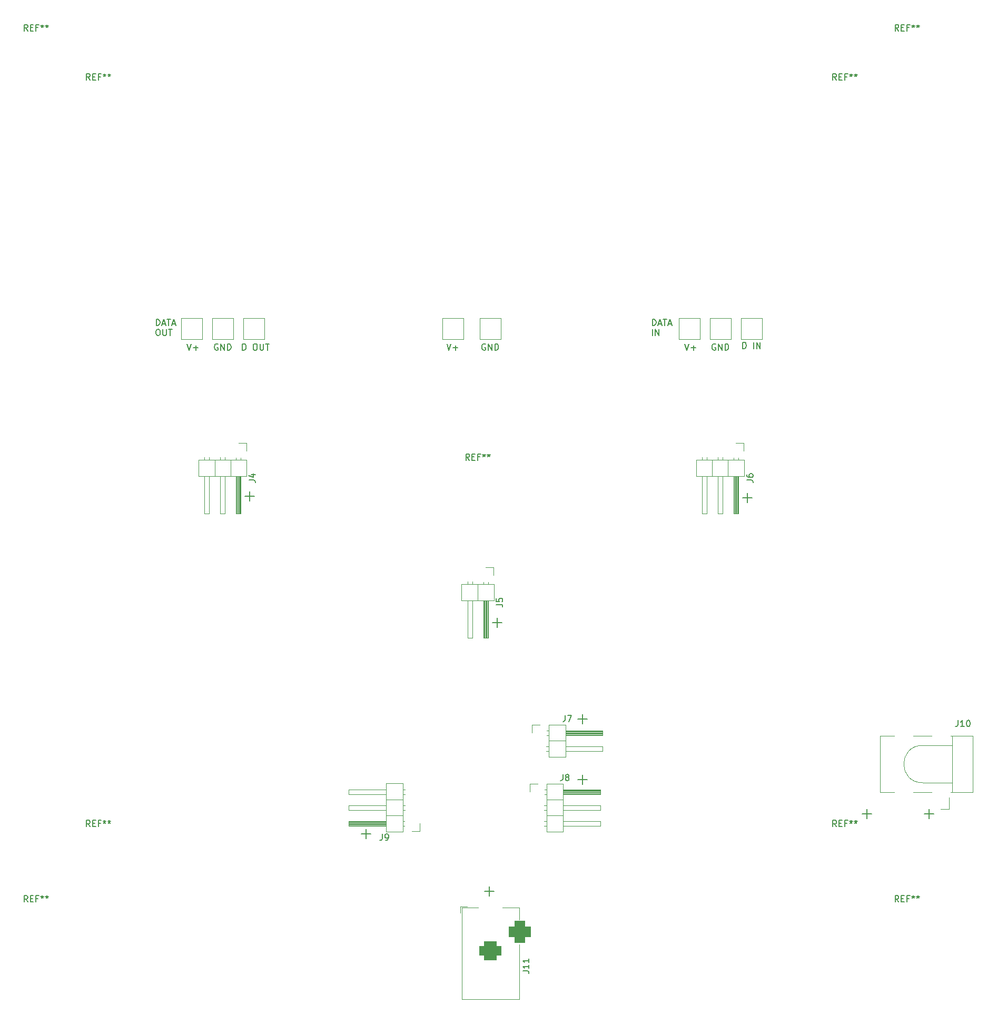
<source format=gto>
G04 #@! TF.GenerationSoftware,KiCad,Pcbnew,7.0.9-1.fc39*
G04 #@! TF.CreationDate,2023-12-18T11:41:48-05:00*
G04 #@! TF.ProjectId,SYSMATT-WS2812-MATRIX-CARRIER,5359534d-4154-4542-9d57-53323831322d,rev?*
G04 #@! TF.SameCoordinates,Original*
G04 #@! TF.FileFunction,Legend,Top*
G04 #@! TF.FilePolarity,Positive*
%FSLAX46Y46*%
G04 Gerber Fmt 4.6, Leading zero omitted, Abs format (unit mm)*
G04 Created by KiCad (PCBNEW 7.0.9-1.fc39) date 2023-12-18 11:41:48*
%MOMM*%
%LPD*%
G01*
G04 APERTURE LIST*
G04 Aperture macros list*
%AMRoundRect*
0 Rectangle with rounded corners*
0 $1 Rounding radius*
0 $2 $3 $4 $5 $6 $7 $8 $9 X,Y pos of 4 corners*
0 Add a 4 corners polygon primitive as box body*
4,1,4,$2,$3,$4,$5,$6,$7,$8,$9,$2,$3,0*
0 Add four circle primitives for the rounded corners*
1,1,$1+$1,$2,$3*
1,1,$1+$1,$4,$5*
1,1,$1+$1,$6,$7*
1,1,$1+$1,$8,$9*
0 Add four rect primitives between the rounded corners*
20,1,$1+$1,$2,$3,$4,$5,0*
20,1,$1+$1,$4,$5,$6,$7,0*
20,1,$1+$1,$6,$7,$8,$9,0*
20,1,$1+$1,$8,$9,$2,$3,0*%
G04 Aperture macros list end*
%ADD10C,0.150000*%
%ADD11C,0.120000*%
%ADD12R,3.500000X3.500000*%
%ADD13RoundRect,0.750000X1.000000X-0.750000X1.000000X0.750000X-1.000000X0.750000X-1.000000X-0.750000X0*%
%ADD14RoundRect,0.875000X0.875000X-0.875000X0.875000X0.875000X-0.875000X0.875000X-0.875000X-0.875000X0*%
%ADD15C,2.000000*%
%ADD16O,1.500000X2.000000*%
%ADD17R,2.000000X3.000000*%
%ADD18R,1.700000X1.700000*%
%ADD19O,1.700000X1.700000*%
%ADD20C,12.800000*%
%ADD21R,3.000000X3.000000*%
%ADD22C,8.600000*%
%ADD23C,10.600000*%
G04 APERTURE END LIST*
D10*
X63574874Y-99985533D02*
X65098684Y-99985533D01*
X64336779Y-100747438D02*
X64336779Y-99223628D01*
X102074874Y-163485533D02*
X103598684Y-163485533D01*
X102836779Y-164247438D02*
X102836779Y-162723628D01*
X162824874Y-150985533D02*
X164348684Y-150985533D01*
X163586779Y-151747438D02*
X163586779Y-150223628D01*
X172824874Y-150985533D02*
X174348684Y-150985533D01*
X173586779Y-151747438D02*
X173586779Y-150223628D01*
X82324874Y-154235533D02*
X83848684Y-154235533D01*
X83086779Y-154997438D02*
X83086779Y-153473628D01*
X117074874Y-145485533D02*
X118598684Y-145485533D01*
X117836779Y-146247438D02*
X117836779Y-144723628D01*
X117074874Y-135735533D02*
X118598684Y-135735533D01*
X117836779Y-136497438D02*
X117836779Y-134973628D01*
X103324874Y-120235533D02*
X104848684Y-120235533D01*
X104086779Y-120997438D02*
X104086779Y-119473628D01*
X143574874Y-100235533D02*
X145098684Y-100235533D01*
X144336779Y-100997438D02*
X144336779Y-99473628D01*
X129086779Y-72509819D02*
X129086779Y-71509819D01*
X129086779Y-71509819D02*
X129324874Y-71509819D01*
X129324874Y-71509819D02*
X129467731Y-71557438D01*
X129467731Y-71557438D02*
X129562969Y-71652676D01*
X129562969Y-71652676D02*
X129610588Y-71747914D01*
X129610588Y-71747914D02*
X129658207Y-71938390D01*
X129658207Y-71938390D02*
X129658207Y-72081247D01*
X129658207Y-72081247D02*
X129610588Y-72271723D01*
X129610588Y-72271723D02*
X129562969Y-72366961D01*
X129562969Y-72366961D02*
X129467731Y-72462200D01*
X129467731Y-72462200D02*
X129324874Y-72509819D01*
X129324874Y-72509819D02*
X129086779Y-72509819D01*
X130039160Y-72224104D02*
X130515350Y-72224104D01*
X129943922Y-72509819D02*
X130277255Y-71509819D01*
X130277255Y-71509819D02*
X130610588Y-72509819D01*
X130801065Y-71509819D02*
X131372493Y-71509819D01*
X131086779Y-72509819D02*
X131086779Y-71509819D01*
X131658208Y-72224104D02*
X132134398Y-72224104D01*
X131562970Y-72509819D02*
X131896303Y-71509819D01*
X131896303Y-71509819D02*
X132229636Y-72509819D01*
X129086779Y-74119819D02*
X129086779Y-73119819D01*
X129562969Y-74119819D02*
X129562969Y-73119819D01*
X129562969Y-73119819D02*
X130134397Y-74119819D01*
X130134397Y-74119819D02*
X130134397Y-73119819D01*
X49336779Y-72509819D02*
X49336779Y-71509819D01*
X49336779Y-71509819D02*
X49574874Y-71509819D01*
X49574874Y-71509819D02*
X49717731Y-71557438D01*
X49717731Y-71557438D02*
X49812969Y-71652676D01*
X49812969Y-71652676D02*
X49860588Y-71747914D01*
X49860588Y-71747914D02*
X49908207Y-71938390D01*
X49908207Y-71938390D02*
X49908207Y-72081247D01*
X49908207Y-72081247D02*
X49860588Y-72271723D01*
X49860588Y-72271723D02*
X49812969Y-72366961D01*
X49812969Y-72366961D02*
X49717731Y-72462200D01*
X49717731Y-72462200D02*
X49574874Y-72509819D01*
X49574874Y-72509819D02*
X49336779Y-72509819D01*
X50289160Y-72224104D02*
X50765350Y-72224104D01*
X50193922Y-72509819D02*
X50527255Y-71509819D01*
X50527255Y-71509819D02*
X50860588Y-72509819D01*
X51051065Y-71509819D02*
X51622493Y-71509819D01*
X51336779Y-72509819D02*
X51336779Y-71509819D01*
X51908208Y-72224104D02*
X52384398Y-72224104D01*
X51812970Y-72509819D02*
X52146303Y-71509819D01*
X52146303Y-71509819D02*
X52479636Y-72509819D01*
X49527255Y-73119819D02*
X49717731Y-73119819D01*
X49717731Y-73119819D02*
X49812969Y-73167438D01*
X49812969Y-73167438D02*
X49908207Y-73262676D01*
X49908207Y-73262676D02*
X49955826Y-73453152D01*
X49955826Y-73453152D02*
X49955826Y-73786485D01*
X49955826Y-73786485D02*
X49908207Y-73976961D01*
X49908207Y-73976961D02*
X49812969Y-74072200D01*
X49812969Y-74072200D02*
X49717731Y-74119819D01*
X49717731Y-74119819D02*
X49527255Y-74119819D01*
X49527255Y-74119819D02*
X49432017Y-74072200D01*
X49432017Y-74072200D02*
X49336779Y-73976961D01*
X49336779Y-73976961D02*
X49289160Y-73786485D01*
X49289160Y-73786485D02*
X49289160Y-73453152D01*
X49289160Y-73453152D02*
X49336779Y-73262676D01*
X49336779Y-73262676D02*
X49432017Y-73167438D01*
X49432017Y-73167438D02*
X49527255Y-73119819D01*
X50384398Y-73119819D02*
X50384398Y-73929342D01*
X50384398Y-73929342D02*
X50432017Y-74024580D01*
X50432017Y-74024580D02*
X50479636Y-74072200D01*
X50479636Y-74072200D02*
X50574874Y-74119819D01*
X50574874Y-74119819D02*
X50765350Y-74119819D01*
X50765350Y-74119819D02*
X50860588Y-74072200D01*
X50860588Y-74072200D02*
X50908207Y-74024580D01*
X50908207Y-74024580D02*
X50955826Y-73929342D01*
X50955826Y-73929342D02*
X50955826Y-73119819D01*
X51289160Y-73119819D02*
X51860588Y-73119819D01*
X51574874Y-74119819D02*
X51574874Y-73119819D01*
X108247319Y-176259523D02*
X108961604Y-176259523D01*
X108961604Y-176259523D02*
X109104461Y-176307142D01*
X109104461Y-176307142D02*
X109199700Y-176402380D01*
X109199700Y-176402380D02*
X109247319Y-176545237D01*
X109247319Y-176545237D02*
X109247319Y-176640475D01*
X109247319Y-175259523D02*
X109247319Y-175830951D01*
X109247319Y-175545237D02*
X108247319Y-175545237D01*
X108247319Y-175545237D02*
X108390176Y-175640475D01*
X108390176Y-175640475D02*
X108485414Y-175735713D01*
X108485414Y-175735713D02*
X108533033Y-175830951D01*
X109247319Y-174307142D02*
X109247319Y-174878570D01*
X109247319Y-174592856D02*
X108247319Y-174592856D01*
X108247319Y-174592856D02*
X108390176Y-174688094D01*
X108390176Y-174688094D02*
X108485414Y-174783332D01*
X108485414Y-174783332D02*
X108533033Y-174878570D01*
X178190476Y-135954819D02*
X178190476Y-136669104D01*
X178190476Y-136669104D02*
X178142857Y-136811961D01*
X178142857Y-136811961D02*
X178047619Y-136907200D01*
X178047619Y-136907200D02*
X177904762Y-136954819D01*
X177904762Y-136954819D02*
X177809524Y-136954819D01*
X179190476Y-136954819D02*
X178619048Y-136954819D01*
X178904762Y-136954819D02*
X178904762Y-135954819D01*
X178904762Y-135954819D02*
X178809524Y-136097676D01*
X178809524Y-136097676D02*
X178714286Y-136192914D01*
X178714286Y-136192914D02*
X178619048Y-136240533D01*
X179809524Y-135954819D02*
X179904762Y-135954819D01*
X179904762Y-135954819D02*
X180000000Y-136002438D01*
X180000000Y-136002438D02*
X180047619Y-136050057D01*
X180047619Y-136050057D02*
X180095238Y-136145295D01*
X180095238Y-136145295D02*
X180142857Y-136335771D01*
X180142857Y-136335771D02*
X180142857Y-136573866D01*
X180142857Y-136573866D02*
X180095238Y-136764342D01*
X180095238Y-136764342D02*
X180047619Y-136859580D01*
X180047619Y-136859580D02*
X180000000Y-136907200D01*
X180000000Y-136907200D02*
X179904762Y-136954819D01*
X179904762Y-136954819D02*
X179809524Y-136954819D01*
X179809524Y-136954819D02*
X179714286Y-136907200D01*
X179714286Y-136907200D02*
X179666667Y-136859580D01*
X179666667Y-136859580D02*
X179619048Y-136764342D01*
X179619048Y-136764342D02*
X179571429Y-136573866D01*
X179571429Y-136573866D02*
X179571429Y-136335771D01*
X179571429Y-136335771D02*
X179619048Y-136145295D01*
X179619048Y-136145295D02*
X179666667Y-136050057D01*
X179666667Y-136050057D02*
X179714286Y-136002438D01*
X179714286Y-136002438D02*
X179809524Y-135954819D01*
X85656666Y-154249819D02*
X85656666Y-154964104D01*
X85656666Y-154964104D02*
X85609047Y-155106961D01*
X85609047Y-155106961D02*
X85513809Y-155202200D01*
X85513809Y-155202200D02*
X85370952Y-155249819D01*
X85370952Y-155249819D02*
X85275714Y-155249819D01*
X86180476Y-155249819D02*
X86370952Y-155249819D01*
X86370952Y-155249819D02*
X86466190Y-155202200D01*
X86466190Y-155202200D02*
X86513809Y-155154580D01*
X86513809Y-155154580D02*
X86609047Y-155011723D01*
X86609047Y-155011723D02*
X86656666Y-154821247D01*
X86656666Y-154821247D02*
X86656666Y-154440295D01*
X86656666Y-154440295D02*
X86609047Y-154345057D01*
X86609047Y-154345057D02*
X86561428Y-154297438D01*
X86561428Y-154297438D02*
X86466190Y-154249819D01*
X86466190Y-154249819D02*
X86275714Y-154249819D01*
X86275714Y-154249819D02*
X86180476Y-154297438D01*
X86180476Y-154297438D02*
X86132857Y-154345057D01*
X86132857Y-154345057D02*
X86085238Y-154440295D01*
X86085238Y-154440295D02*
X86085238Y-154678390D01*
X86085238Y-154678390D02*
X86132857Y-154773628D01*
X86132857Y-154773628D02*
X86180476Y-154821247D01*
X86180476Y-154821247D02*
X86275714Y-154868866D01*
X86275714Y-154868866D02*
X86466190Y-154868866D01*
X86466190Y-154868866D02*
X86561428Y-154821247D01*
X86561428Y-154821247D02*
X86609047Y-154773628D01*
X86609047Y-154773628D02*
X86656666Y-154678390D01*
X114676666Y-144659819D02*
X114676666Y-145374104D01*
X114676666Y-145374104D02*
X114629047Y-145516961D01*
X114629047Y-145516961D02*
X114533809Y-145612200D01*
X114533809Y-145612200D02*
X114390952Y-145659819D01*
X114390952Y-145659819D02*
X114295714Y-145659819D01*
X115295714Y-145088390D02*
X115200476Y-145040771D01*
X115200476Y-145040771D02*
X115152857Y-144993152D01*
X115152857Y-144993152D02*
X115105238Y-144897914D01*
X115105238Y-144897914D02*
X115105238Y-144850295D01*
X115105238Y-144850295D02*
X115152857Y-144755057D01*
X115152857Y-144755057D02*
X115200476Y-144707438D01*
X115200476Y-144707438D02*
X115295714Y-144659819D01*
X115295714Y-144659819D02*
X115486190Y-144659819D01*
X115486190Y-144659819D02*
X115581428Y-144707438D01*
X115581428Y-144707438D02*
X115629047Y-144755057D01*
X115629047Y-144755057D02*
X115676666Y-144850295D01*
X115676666Y-144850295D02*
X115676666Y-144897914D01*
X115676666Y-144897914D02*
X115629047Y-144993152D01*
X115629047Y-144993152D02*
X115581428Y-145040771D01*
X115581428Y-145040771D02*
X115486190Y-145088390D01*
X115486190Y-145088390D02*
X115295714Y-145088390D01*
X115295714Y-145088390D02*
X115200476Y-145136009D01*
X115200476Y-145136009D02*
X115152857Y-145183628D01*
X115152857Y-145183628D02*
X115105238Y-145278866D01*
X115105238Y-145278866D02*
X115105238Y-145469342D01*
X115105238Y-145469342D02*
X115152857Y-145564580D01*
X115152857Y-145564580D02*
X115200476Y-145612200D01*
X115200476Y-145612200D02*
X115295714Y-145659819D01*
X115295714Y-145659819D02*
X115486190Y-145659819D01*
X115486190Y-145659819D02*
X115581428Y-145612200D01*
X115581428Y-145612200D02*
X115629047Y-145564580D01*
X115629047Y-145564580D02*
X115676666Y-145469342D01*
X115676666Y-145469342D02*
X115676666Y-145278866D01*
X115676666Y-145278866D02*
X115629047Y-145183628D01*
X115629047Y-145183628D02*
X115581428Y-145136009D01*
X115581428Y-145136009D02*
X115486190Y-145088390D01*
X115051666Y-135184819D02*
X115051666Y-135899104D01*
X115051666Y-135899104D02*
X115004047Y-136041961D01*
X115004047Y-136041961D02*
X114908809Y-136137200D01*
X114908809Y-136137200D02*
X114765952Y-136184819D01*
X114765952Y-136184819D02*
X114670714Y-136184819D01*
X115432619Y-135184819D02*
X116099285Y-135184819D01*
X116099285Y-135184819D02*
X115670714Y-136184819D01*
X144249819Y-97343333D02*
X144964104Y-97343333D01*
X144964104Y-97343333D02*
X145106961Y-97390952D01*
X145106961Y-97390952D02*
X145202200Y-97486190D01*
X145202200Y-97486190D02*
X145249819Y-97629047D01*
X145249819Y-97629047D02*
X145249819Y-97724285D01*
X144249819Y-96438571D02*
X144249819Y-96629047D01*
X144249819Y-96629047D02*
X144297438Y-96724285D01*
X144297438Y-96724285D02*
X144345057Y-96771904D01*
X144345057Y-96771904D02*
X144487914Y-96867142D01*
X144487914Y-96867142D02*
X144678390Y-96914761D01*
X144678390Y-96914761D02*
X145059342Y-96914761D01*
X145059342Y-96914761D02*
X145154580Y-96867142D01*
X145154580Y-96867142D02*
X145202200Y-96819523D01*
X145202200Y-96819523D02*
X145249819Y-96724285D01*
X145249819Y-96724285D02*
X145249819Y-96533809D01*
X145249819Y-96533809D02*
X145202200Y-96438571D01*
X145202200Y-96438571D02*
X145154580Y-96390952D01*
X145154580Y-96390952D02*
X145059342Y-96343333D01*
X145059342Y-96343333D02*
X144821247Y-96343333D01*
X144821247Y-96343333D02*
X144726009Y-96390952D01*
X144726009Y-96390952D02*
X144678390Y-96438571D01*
X144678390Y-96438571D02*
X144630771Y-96533809D01*
X144630771Y-96533809D02*
X144630771Y-96724285D01*
X144630771Y-96724285D02*
X144678390Y-96819523D01*
X144678390Y-96819523D02*
X144726009Y-96867142D01*
X144726009Y-96867142D02*
X144821247Y-96914761D01*
X103999819Y-117343333D02*
X104714104Y-117343333D01*
X104714104Y-117343333D02*
X104856961Y-117390952D01*
X104856961Y-117390952D02*
X104952200Y-117486190D01*
X104952200Y-117486190D02*
X104999819Y-117629047D01*
X104999819Y-117629047D02*
X104999819Y-117724285D01*
X103999819Y-116390952D02*
X103999819Y-116867142D01*
X103999819Y-116867142D02*
X104476009Y-116914761D01*
X104476009Y-116914761D02*
X104428390Y-116867142D01*
X104428390Y-116867142D02*
X104380771Y-116771904D01*
X104380771Y-116771904D02*
X104380771Y-116533809D01*
X104380771Y-116533809D02*
X104428390Y-116438571D01*
X104428390Y-116438571D02*
X104476009Y-116390952D01*
X104476009Y-116390952D02*
X104571247Y-116343333D01*
X104571247Y-116343333D02*
X104809342Y-116343333D01*
X104809342Y-116343333D02*
X104904580Y-116390952D01*
X104904580Y-116390952D02*
X104952200Y-116438571D01*
X104952200Y-116438571D02*
X104999819Y-116533809D01*
X104999819Y-116533809D02*
X104999819Y-116771904D01*
X104999819Y-116771904D02*
X104952200Y-116867142D01*
X104952200Y-116867142D02*
X104904580Y-116914761D01*
X64249819Y-97343333D02*
X64964104Y-97343333D01*
X64964104Y-97343333D02*
X65106961Y-97390952D01*
X65106961Y-97390952D02*
X65202200Y-97486190D01*
X65202200Y-97486190D02*
X65249819Y-97629047D01*
X65249819Y-97629047D02*
X65249819Y-97724285D01*
X64583152Y-96438571D02*
X65249819Y-96438571D01*
X64202200Y-96676666D02*
X64916485Y-96914761D01*
X64916485Y-96914761D02*
X64916485Y-96295714D01*
X158666666Y-33054819D02*
X158333333Y-32578628D01*
X158095238Y-33054819D02*
X158095238Y-32054819D01*
X158095238Y-32054819D02*
X158476190Y-32054819D01*
X158476190Y-32054819D02*
X158571428Y-32102438D01*
X158571428Y-32102438D02*
X158619047Y-32150057D01*
X158619047Y-32150057D02*
X158666666Y-32245295D01*
X158666666Y-32245295D02*
X158666666Y-32388152D01*
X158666666Y-32388152D02*
X158619047Y-32483390D01*
X158619047Y-32483390D02*
X158571428Y-32531009D01*
X158571428Y-32531009D02*
X158476190Y-32578628D01*
X158476190Y-32578628D02*
X158095238Y-32578628D01*
X159095238Y-32531009D02*
X159428571Y-32531009D01*
X159571428Y-33054819D02*
X159095238Y-33054819D01*
X159095238Y-33054819D02*
X159095238Y-32054819D01*
X159095238Y-32054819D02*
X159571428Y-32054819D01*
X160333333Y-32531009D02*
X160000000Y-32531009D01*
X160000000Y-33054819D02*
X160000000Y-32054819D01*
X160000000Y-32054819D02*
X160476190Y-32054819D01*
X161000000Y-32054819D02*
X161000000Y-32292914D01*
X160761905Y-32197676D02*
X161000000Y-32292914D01*
X161000000Y-32292914D02*
X161238095Y-32197676D01*
X160857143Y-32483390D02*
X161000000Y-32292914D01*
X161000000Y-32292914D02*
X161142857Y-32483390D01*
X161761905Y-32054819D02*
X161761905Y-32292914D01*
X161523810Y-32197676D02*
X161761905Y-32292914D01*
X161761905Y-32292914D02*
X162000000Y-32197676D01*
X161619048Y-32483390D02*
X161761905Y-32292914D01*
X161761905Y-32292914D02*
X161904762Y-32483390D01*
X54297619Y-75454819D02*
X54630952Y-76454819D01*
X54630952Y-76454819D02*
X54964285Y-75454819D01*
X55297619Y-76073866D02*
X56059524Y-76073866D01*
X55678571Y-76454819D02*
X55678571Y-75692914D01*
X134297619Y-75454819D02*
X134630952Y-76454819D01*
X134630952Y-76454819D02*
X134964285Y-75454819D01*
X135297619Y-76073866D02*
X136059524Y-76073866D01*
X135678571Y-76454819D02*
X135678571Y-75692914D01*
X102238095Y-75502438D02*
X102142857Y-75454819D01*
X102142857Y-75454819D02*
X102000000Y-75454819D01*
X102000000Y-75454819D02*
X101857143Y-75502438D01*
X101857143Y-75502438D02*
X101761905Y-75597676D01*
X101761905Y-75597676D02*
X101714286Y-75692914D01*
X101714286Y-75692914D02*
X101666667Y-75883390D01*
X101666667Y-75883390D02*
X101666667Y-76026247D01*
X101666667Y-76026247D02*
X101714286Y-76216723D01*
X101714286Y-76216723D02*
X101761905Y-76311961D01*
X101761905Y-76311961D02*
X101857143Y-76407200D01*
X101857143Y-76407200D02*
X102000000Y-76454819D01*
X102000000Y-76454819D02*
X102095238Y-76454819D01*
X102095238Y-76454819D02*
X102238095Y-76407200D01*
X102238095Y-76407200D02*
X102285714Y-76359580D01*
X102285714Y-76359580D02*
X102285714Y-76026247D01*
X102285714Y-76026247D02*
X102095238Y-76026247D01*
X102714286Y-76454819D02*
X102714286Y-75454819D01*
X102714286Y-75454819D02*
X103285714Y-76454819D01*
X103285714Y-76454819D02*
X103285714Y-75454819D01*
X103761905Y-76454819D02*
X103761905Y-75454819D01*
X103761905Y-75454819D02*
X104000000Y-75454819D01*
X104000000Y-75454819D02*
X104142857Y-75502438D01*
X104142857Y-75502438D02*
X104238095Y-75597676D01*
X104238095Y-75597676D02*
X104285714Y-75692914D01*
X104285714Y-75692914D02*
X104333333Y-75883390D01*
X104333333Y-75883390D02*
X104333333Y-76026247D01*
X104333333Y-76026247D02*
X104285714Y-76216723D01*
X104285714Y-76216723D02*
X104238095Y-76311961D01*
X104238095Y-76311961D02*
X104142857Y-76407200D01*
X104142857Y-76407200D02*
X104000000Y-76454819D01*
X104000000Y-76454819D02*
X103761905Y-76454819D01*
X38666666Y-33054819D02*
X38333333Y-32578628D01*
X38095238Y-33054819D02*
X38095238Y-32054819D01*
X38095238Y-32054819D02*
X38476190Y-32054819D01*
X38476190Y-32054819D02*
X38571428Y-32102438D01*
X38571428Y-32102438D02*
X38619047Y-32150057D01*
X38619047Y-32150057D02*
X38666666Y-32245295D01*
X38666666Y-32245295D02*
X38666666Y-32388152D01*
X38666666Y-32388152D02*
X38619047Y-32483390D01*
X38619047Y-32483390D02*
X38571428Y-32531009D01*
X38571428Y-32531009D02*
X38476190Y-32578628D01*
X38476190Y-32578628D02*
X38095238Y-32578628D01*
X39095238Y-32531009D02*
X39428571Y-32531009D01*
X39571428Y-33054819D02*
X39095238Y-33054819D01*
X39095238Y-33054819D02*
X39095238Y-32054819D01*
X39095238Y-32054819D02*
X39571428Y-32054819D01*
X40333333Y-32531009D02*
X40000000Y-32531009D01*
X40000000Y-33054819D02*
X40000000Y-32054819D01*
X40000000Y-32054819D02*
X40476190Y-32054819D01*
X41000000Y-32054819D02*
X41000000Y-32292914D01*
X40761905Y-32197676D02*
X41000000Y-32292914D01*
X41000000Y-32292914D02*
X41238095Y-32197676D01*
X40857143Y-32483390D02*
X41000000Y-32292914D01*
X41000000Y-32292914D02*
X41142857Y-32483390D01*
X41761905Y-32054819D02*
X41761905Y-32292914D01*
X41523810Y-32197676D02*
X41761905Y-32292914D01*
X41761905Y-32292914D02*
X42000000Y-32197676D01*
X41619048Y-32483390D02*
X41761905Y-32292914D01*
X41761905Y-32292914D02*
X41904762Y-32483390D01*
X168666666Y-165154819D02*
X168333333Y-164678628D01*
X168095238Y-165154819D02*
X168095238Y-164154819D01*
X168095238Y-164154819D02*
X168476190Y-164154819D01*
X168476190Y-164154819D02*
X168571428Y-164202438D01*
X168571428Y-164202438D02*
X168619047Y-164250057D01*
X168619047Y-164250057D02*
X168666666Y-164345295D01*
X168666666Y-164345295D02*
X168666666Y-164488152D01*
X168666666Y-164488152D02*
X168619047Y-164583390D01*
X168619047Y-164583390D02*
X168571428Y-164631009D01*
X168571428Y-164631009D02*
X168476190Y-164678628D01*
X168476190Y-164678628D02*
X168095238Y-164678628D01*
X169095238Y-164631009D02*
X169428571Y-164631009D01*
X169571428Y-165154819D02*
X169095238Y-165154819D01*
X169095238Y-165154819D02*
X169095238Y-164154819D01*
X169095238Y-164154819D02*
X169571428Y-164154819D01*
X170333333Y-164631009D02*
X170000000Y-164631009D01*
X170000000Y-165154819D02*
X170000000Y-164154819D01*
X170000000Y-164154819D02*
X170476190Y-164154819D01*
X171000000Y-164154819D02*
X171000000Y-164392914D01*
X170761905Y-164297676D02*
X171000000Y-164392914D01*
X171000000Y-164392914D02*
X171238095Y-164297676D01*
X170857143Y-164583390D02*
X171000000Y-164392914D01*
X171000000Y-164392914D02*
X171142857Y-164583390D01*
X171761905Y-164154819D02*
X171761905Y-164392914D01*
X171523810Y-164297676D02*
X171761905Y-164392914D01*
X171761905Y-164392914D02*
X172000000Y-164297676D01*
X171619048Y-164583390D02*
X171761905Y-164392914D01*
X171761905Y-164392914D02*
X171904762Y-164583390D01*
X168666666Y-25154819D02*
X168333333Y-24678628D01*
X168095238Y-25154819D02*
X168095238Y-24154819D01*
X168095238Y-24154819D02*
X168476190Y-24154819D01*
X168476190Y-24154819D02*
X168571428Y-24202438D01*
X168571428Y-24202438D02*
X168619047Y-24250057D01*
X168619047Y-24250057D02*
X168666666Y-24345295D01*
X168666666Y-24345295D02*
X168666666Y-24488152D01*
X168666666Y-24488152D02*
X168619047Y-24583390D01*
X168619047Y-24583390D02*
X168571428Y-24631009D01*
X168571428Y-24631009D02*
X168476190Y-24678628D01*
X168476190Y-24678628D02*
X168095238Y-24678628D01*
X169095238Y-24631009D02*
X169428571Y-24631009D01*
X169571428Y-25154819D02*
X169095238Y-25154819D01*
X169095238Y-25154819D02*
X169095238Y-24154819D01*
X169095238Y-24154819D02*
X169571428Y-24154819D01*
X170333333Y-24631009D02*
X170000000Y-24631009D01*
X170000000Y-25154819D02*
X170000000Y-24154819D01*
X170000000Y-24154819D02*
X170476190Y-24154819D01*
X171000000Y-24154819D02*
X171000000Y-24392914D01*
X170761905Y-24297676D02*
X171000000Y-24392914D01*
X171000000Y-24392914D02*
X171238095Y-24297676D01*
X170857143Y-24583390D02*
X171000000Y-24392914D01*
X171000000Y-24392914D02*
X171142857Y-24583390D01*
X171761905Y-24154819D02*
X171761905Y-24392914D01*
X171523810Y-24297676D02*
X171761905Y-24392914D01*
X171761905Y-24392914D02*
X172000000Y-24297676D01*
X171619048Y-24583390D02*
X171761905Y-24392914D01*
X171761905Y-24392914D02*
X171904762Y-24583390D01*
X99666666Y-94154819D02*
X99333333Y-93678628D01*
X99095238Y-94154819D02*
X99095238Y-93154819D01*
X99095238Y-93154819D02*
X99476190Y-93154819D01*
X99476190Y-93154819D02*
X99571428Y-93202438D01*
X99571428Y-93202438D02*
X99619047Y-93250057D01*
X99619047Y-93250057D02*
X99666666Y-93345295D01*
X99666666Y-93345295D02*
X99666666Y-93488152D01*
X99666666Y-93488152D02*
X99619047Y-93583390D01*
X99619047Y-93583390D02*
X99571428Y-93631009D01*
X99571428Y-93631009D02*
X99476190Y-93678628D01*
X99476190Y-93678628D02*
X99095238Y-93678628D01*
X100095238Y-93631009D02*
X100428571Y-93631009D01*
X100571428Y-94154819D02*
X100095238Y-94154819D01*
X100095238Y-94154819D02*
X100095238Y-93154819D01*
X100095238Y-93154819D02*
X100571428Y-93154819D01*
X101333333Y-93631009D02*
X101000000Y-93631009D01*
X101000000Y-94154819D02*
X101000000Y-93154819D01*
X101000000Y-93154819D02*
X101476190Y-93154819D01*
X102000000Y-93154819D02*
X102000000Y-93392914D01*
X101761905Y-93297676D02*
X102000000Y-93392914D01*
X102000000Y-93392914D02*
X102238095Y-93297676D01*
X101857143Y-93583390D02*
X102000000Y-93392914D01*
X102000000Y-93392914D02*
X102142857Y-93583390D01*
X102761905Y-93154819D02*
X102761905Y-93392914D01*
X102523810Y-93297676D02*
X102761905Y-93392914D01*
X102761905Y-93392914D02*
X103000000Y-93297676D01*
X102619048Y-93583390D02*
X102761905Y-93392914D01*
X102761905Y-93392914D02*
X102904762Y-93583390D01*
X63178571Y-76454819D02*
X63178571Y-75454819D01*
X63178571Y-75454819D02*
X63416666Y-75454819D01*
X63416666Y-75454819D02*
X63559523Y-75502438D01*
X63559523Y-75502438D02*
X63654761Y-75597676D01*
X63654761Y-75597676D02*
X63702380Y-75692914D01*
X63702380Y-75692914D02*
X63749999Y-75883390D01*
X63749999Y-75883390D02*
X63749999Y-76026247D01*
X63749999Y-76026247D02*
X63702380Y-76216723D01*
X63702380Y-76216723D02*
X63654761Y-76311961D01*
X63654761Y-76311961D02*
X63559523Y-76407200D01*
X63559523Y-76407200D02*
X63416666Y-76454819D01*
X63416666Y-76454819D02*
X63178571Y-76454819D01*
X65130952Y-75454819D02*
X65321428Y-75454819D01*
X65321428Y-75454819D02*
X65416666Y-75502438D01*
X65416666Y-75502438D02*
X65511904Y-75597676D01*
X65511904Y-75597676D02*
X65559523Y-75788152D01*
X65559523Y-75788152D02*
X65559523Y-76121485D01*
X65559523Y-76121485D02*
X65511904Y-76311961D01*
X65511904Y-76311961D02*
X65416666Y-76407200D01*
X65416666Y-76407200D02*
X65321428Y-76454819D01*
X65321428Y-76454819D02*
X65130952Y-76454819D01*
X65130952Y-76454819D02*
X65035714Y-76407200D01*
X65035714Y-76407200D02*
X64940476Y-76311961D01*
X64940476Y-76311961D02*
X64892857Y-76121485D01*
X64892857Y-76121485D02*
X64892857Y-75788152D01*
X64892857Y-75788152D02*
X64940476Y-75597676D01*
X64940476Y-75597676D02*
X65035714Y-75502438D01*
X65035714Y-75502438D02*
X65130952Y-75454819D01*
X65988095Y-75454819D02*
X65988095Y-76264342D01*
X65988095Y-76264342D02*
X66035714Y-76359580D01*
X66035714Y-76359580D02*
X66083333Y-76407200D01*
X66083333Y-76407200D02*
X66178571Y-76454819D01*
X66178571Y-76454819D02*
X66369047Y-76454819D01*
X66369047Y-76454819D02*
X66464285Y-76407200D01*
X66464285Y-76407200D02*
X66511904Y-76359580D01*
X66511904Y-76359580D02*
X66559523Y-76264342D01*
X66559523Y-76264342D02*
X66559523Y-75454819D01*
X66892857Y-75454819D02*
X67464285Y-75454819D01*
X67178571Y-76454819D02*
X67178571Y-75454819D01*
X158666666Y-153054819D02*
X158333333Y-152578628D01*
X158095238Y-153054819D02*
X158095238Y-152054819D01*
X158095238Y-152054819D02*
X158476190Y-152054819D01*
X158476190Y-152054819D02*
X158571428Y-152102438D01*
X158571428Y-152102438D02*
X158619047Y-152150057D01*
X158619047Y-152150057D02*
X158666666Y-152245295D01*
X158666666Y-152245295D02*
X158666666Y-152388152D01*
X158666666Y-152388152D02*
X158619047Y-152483390D01*
X158619047Y-152483390D02*
X158571428Y-152531009D01*
X158571428Y-152531009D02*
X158476190Y-152578628D01*
X158476190Y-152578628D02*
X158095238Y-152578628D01*
X159095238Y-152531009D02*
X159428571Y-152531009D01*
X159571428Y-153054819D02*
X159095238Y-153054819D01*
X159095238Y-153054819D02*
X159095238Y-152054819D01*
X159095238Y-152054819D02*
X159571428Y-152054819D01*
X160333333Y-152531009D02*
X160000000Y-152531009D01*
X160000000Y-153054819D02*
X160000000Y-152054819D01*
X160000000Y-152054819D02*
X160476190Y-152054819D01*
X161000000Y-152054819D02*
X161000000Y-152292914D01*
X160761905Y-152197676D02*
X161000000Y-152292914D01*
X161000000Y-152292914D02*
X161238095Y-152197676D01*
X160857143Y-152483390D02*
X161000000Y-152292914D01*
X161000000Y-152292914D02*
X161142857Y-152483390D01*
X161761905Y-152054819D02*
X161761905Y-152292914D01*
X161523810Y-152197676D02*
X161761905Y-152292914D01*
X161761905Y-152292914D02*
X162000000Y-152197676D01*
X161619048Y-152483390D02*
X161761905Y-152292914D01*
X161761905Y-152292914D02*
X161904762Y-152483390D01*
X96047619Y-75454819D02*
X96380952Y-76454819D01*
X96380952Y-76454819D02*
X96714285Y-75454819D01*
X97047619Y-76073866D02*
X97809524Y-76073866D01*
X97428571Y-76454819D02*
X97428571Y-75692914D01*
X28666666Y-165154819D02*
X28333333Y-164678628D01*
X28095238Y-165154819D02*
X28095238Y-164154819D01*
X28095238Y-164154819D02*
X28476190Y-164154819D01*
X28476190Y-164154819D02*
X28571428Y-164202438D01*
X28571428Y-164202438D02*
X28619047Y-164250057D01*
X28619047Y-164250057D02*
X28666666Y-164345295D01*
X28666666Y-164345295D02*
X28666666Y-164488152D01*
X28666666Y-164488152D02*
X28619047Y-164583390D01*
X28619047Y-164583390D02*
X28571428Y-164631009D01*
X28571428Y-164631009D02*
X28476190Y-164678628D01*
X28476190Y-164678628D02*
X28095238Y-164678628D01*
X29095238Y-164631009D02*
X29428571Y-164631009D01*
X29571428Y-165154819D02*
X29095238Y-165154819D01*
X29095238Y-165154819D02*
X29095238Y-164154819D01*
X29095238Y-164154819D02*
X29571428Y-164154819D01*
X30333333Y-164631009D02*
X30000000Y-164631009D01*
X30000000Y-165154819D02*
X30000000Y-164154819D01*
X30000000Y-164154819D02*
X30476190Y-164154819D01*
X31000000Y-164154819D02*
X31000000Y-164392914D01*
X30761905Y-164297676D02*
X31000000Y-164392914D01*
X31000000Y-164392914D02*
X31238095Y-164297676D01*
X30857143Y-164583390D02*
X31000000Y-164392914D01*
X31000000Y-164392914D02*
X31142857Y-164583390D01*
X31761905Y-164154819D02*
X31761905Y-164392914D01*
X31523810Y-164297676D02*
X31761905Y-164392914D01*
X31761905Y-164392914D02*
X32000000Y-164297676D01*
X31619048Y-164583390D02*
X31761905Y-164392914D01*
X31761905Y-164392914D02*
X31904762Y-164583390D01*
X59238095Y-75502438D02*
X59142857Y-75454819D01*
X59142857Y-75454819D02*
X59000000Y-75454819D01*
X59000000Y-75454819D02*
X58857143Y-75502438D01*
X58857143Y-75502438D02*
X58761905Y-75597676D01*
X58761905Y-75597676D02*
X58714286Y-75692914D01*
X58714286Y-75692914D02*
X58666667Y-75883390D01*
X58666667Y-75883390D02*
X58666667Y-76026247D01*
X58666667Y-76026247D02*
X58714286Y-76216723D01*
X58714286Y-76216723D02*
X58761905Y-76311961D01*
X58761905Y-76311961D02*
X58857143Y-76407200D01*
X58857143Y-76407200D02*
X59000000Y-76454819D01*
X59000000Y-76454819D02*
X59095238Y-76454819D01*
X59095238Y-76454819D02*
X59238095Y-76407200D01*
X59238095Y-76407200D02*
X59285714Y-76359580D01*
X59285714Y-76359580D02*
X59285714Y-76026247D01*
X59285714Y-76026247D02*
X59095238Y-76026247D01*
X59714286Y-76454819D02*
X59714286Y-75454819D01*
X59714286Y-75454819D02*
X60285714Y-76454819D01*
X60285714Y-76454819D02*
X60285714Y-75454819D01*
X60761905Y-76454819D02*
X60761905Y-75454819D01*
X60761905Y-75454819D02*
X61000000Y-75454819D01*
X61000000Y-75454819D02*
X61142857Y-75502438D01*
X61142857Y-75502438D02*
X61238095Y-75597676D01*
X61238095Y-75597676D02*
X61285714Y-75692914D01*
X61285714Y-75692914D02*
X61333333Y-75883390D01*
X61333333Y-75883390D02*
X61333333Y-76026247D01*
X61333333Y-76026247D02*
X61285714Y-76216723D01*
X61285714Y-76216723D02*
X61238095Y-76311961D01*
X61238095Y-76311961D02*
X61142857Y-76407200D01*
X61142857Y-76407200D02*
X61000000Y-76454819D01*
X61000000Y-76454819D02*
X60761905Y-76454819D01*
X139238095Y-75502438D02*
X139142857Y-75454819D01*
X139142857Y-75454819D02*
X139000000Y-75454819D01*
X139000000Y-75454819D02*
X138857143Y-75502438D01*
X138857143Y-75502438D02*
X138761905Y-75597676D01*
X138761905Y-75597676D02*
X138714286Y-75692914D01*
X138714286Y-75692914D02*
X138666667Y-75883390D01*
X138666667Y-75883390D02*
X138666667Y-76026247D01*
X138666667Y-76026247D02*
X138714286Y-76216723D01*
X138714286Y-76216723D02*
X138761905Y-76311961D01*
X138761905Y-76311961D02*
X138857143Y-76407200D01*
X138857143Y-76407200D02*
X139000000Y-76454819D01*
X139000000Y-76454819D02*
X139095238Y-76454819D01*
X139095238Y-76454819D02*
X139238095Y-76407200D01*
X139238095Y-76407200D02*
X139285714Y-76359580D01*
X139285714Y-76359580D02*
X139285714Y-76026247D01*
X139285714Y-76026247D02*
X139095238Y-76026247D01*
X139714286Y-76454819D02*
X139714286Y-75454819D01*
X139714286Y-75454819D02*
X140285714Y-76454819D01*
X140285714Y-76454819D02*
X140285714Y-75454819D01*
X140761905Y-76454819D02*
X140761905Y-75454819D01*
X140761905Y-75454819D02*
X141000000Y-75454819D01*
X141000000Y-75454819D02*
X141142857Y-75502438D01*
X141142857Y-75502438D02*
X141238095Y-75597676D01*
X141238095Y-75597676D02*
X141285714Y-75692914D01*
X141285714Y-75692914D02*
X141333333Y-75883390D01*
X141333333Y-75883390D02*
X141333333Y-76026247D01*
X141333333Y-76026247D02*
X141285714Y-76216723D01*
X141285714Y-76216723D02*
X141238095Y-76311961D01*
X141238095Y-76311961D02*
X141142857Y-76407200D01*
X141142857Y-76407200D02*
X141000000Y-76454819D01*
X141000000Y-76454819D02*
X140761905Y-76454819D01*
X28666666Y-25154819D02*
X28333333Y-24678628D01*
X28095238Y-25154819D02*
X28095238Y-24154819D01*
X28095238Y-24154819D02*
X28476190Y-24154819D01*
X28476190Y-24154819D02*
X28571428Y-24202438D01*
X28571428Y-24202438D02*
X28619047Y-24250057D01*
X28619047Y-24250057D02*
X28666666Y-24345295D01*
X28666666Y-24345295D02*
X28666666Y-24488152D01*
X28666666Y-24488152D02*
X28619047Y-24583390D01*
X28619047Y-24583390D02*
X28571428Y-24631009D01*
X28571428Y-24631009D02*
X28476190Y-24678628D01*
X28476190Y-24678628D02*
X28095238Y-24678628D01*
X29095238Y-24631009D02*
X29428571Y-24631009D01*
X29571428Y-25154819D02*
X29095238Y-25154819D01*
X29095238Y-25154819D02*
X29095238Y-24154819D01*
X29095238Y-24154819D02*
X29571428Y-24154819D01*
X30333333Y-24631009D02*
X30000000Y-24631009D01*
X30000000Y-25154819D02*
X30000000Y-24154819D01*
X30000000Y-24154819D02*
X30476190Y-24154819D01*
X31000000Y-24154819D02*
X31000000Y-24392914D01*
X30761905Y-24297676D02*
X31000000Y-24392914D01*
X31000000Y-24392914D02*
X31238095Y-24297676D01*
X30857143Y-24583390D02*
X31000000Y-24392914D01*
X31000000Y-24392914D02*
X31142857Y-24583390D01*
X31761905Y-24154819D02*
X31761905Y-24392914D01*
X31523810Y-24297676D02*
X31761905Y-24392914D01*
X31761905Y-24392914D02*
X32000000Y-24297676D01*
X31619048Y-24583390D02*
X31761905Y-24392914D01*
X31761905Y-24392914D02*
X31904762Y-24583390D01*
X143595238Y-76204819D02*
X143595238Y-75204819D01*
X143595238Y-75204819D02*
X143833333Y-75204819D01*
X143833333Y-75204819D02*
X143976190Y-75252438D01*
X143976190Y-75252438D02*
X144071428Y-75347676D01*
X144071428Y-75347676D02*
X144119047Y-75442914D01*
X144119047Y-75442914D02*
X144166666Y-75633390D01*
X144166666Y-75633390D02*
X144166666Y-75776247D01*
X144166666Y-75776247D02*
X144119047Y-75966723D01*
X144119047Y-75966723D02*
X144071428Y-76061961D01*
X144071428Y-76061961D02*
X143976190Y-76157200D01*
X143976190Y-76157200D02*
X143833333Y-76204819D01*
X143833333Y-76204819D02*
X143595238Y-76204819D01*
X145357143Y-76204819D02*
X145357143Y-75204819D01*
X145833333Y-76204819D02*
X145833333Y-75204819D01*
X145833333Y-75204819D02*
X146404761Y-76204819D01*
X146404761Y-76204819D02*
X146404761Y-75204819D01*
X38666666Y-153054819D02*
X38333333Y-152578628D01*
X38095238Y-153054819D02*
X38095238Y-152054819D01*
X38095238Y-152054819D02*
X38476190Y-152054819D01*
X38476190Y-152054819D02*
X38571428Y-152102438D01*
X38571428Y-152102438D02*
X38619047Y-152150057D01*
X38619047Y-152150057D02*
X38666666Y-152245295D01*
X38666666Y-152245295D02*
X38666666Y-152388152D01*
X38666666Y-152388152D02*
X38619047Y-152483390D01*
X38619047Y-152483390D02*
X38571428Y-152531009D01*
X38571428Y-152531009D02*
X38476190Y-152578628D01*
X38476190Y-152578628D02*
X38095238Y-152578628D01*
X39095238Y-152531009D02*
X39428571Y-152531009D01*
X39571428Y-153054819D02*
X39095238Y-153054819D01*
X39095238Y-153054819D02*
X39095238Y-152054819D01*
X39095238Y-152054819D02*
X39571428Y-152054819D01*
X40333333Y-152531009D02*
X40000000Y-152531009D01*
X40000000Y-153054819D02*
X40000000Y-152054819D01*
X40000000Y-152054819D02*
X40476190Y-152054819D01*
X41000000Y-152054819D02*
X41000000Y-152292914D01*
X40761905Y-152197676D02*
X41000000Y-152292914D01*
X41000000Y-152292914D02*
X41238095Y-152197676D01*
X40857143Y-152483390D02*
X41000000Y-152292914D01*
X41000000Y-152292914D02*
X41142857Y-152483390D01*
X41761905Y-152054819D02*
X41761905Y-152292914D01*
X41523810Y-152197676D02*
X41761905Y-152292914D01*
X41761905Y-152292914D02*
X42000000Y-152197676D01*
X41619048Y-152483390D02*
X41761905Y-152292914D01*
X41761905Y-152292914D02*
X41904762Y-152483390D01*
D11*
X98442500Y-180800000D02*
X98442500Y-166100000D01*
X107642500Y-180800000D02*
X98442500Y-180800000D01*
X107642500Y-166100000D02*
X107642500Y-168000000D01*
X104942500Y-166100000D02*
X107642500Y-166100000D01*
X98442500Y-166100000D02*
X101042500Y-166100000D01*
X107642500Y-172000000D02*
X107642500Y-180800000D01*
X99292500Y-165900000D02*
X98242500Y-165900000D01*
X98242500Y-166950000D02*
X98242500Y-165900000D01*
X177300000Y-138440000D02*
X177300000Y-147560000D01*
X176760000Y-150260000D02*
X176760000Y-148360000D01*
X168000000Y-138440000D02*
X165690000Y-138440000D01*
X174000000Y-147560000D02*
X171000000Y-147560000D01*
X180610000Y-138440000D02*
X180610000Y-147560000D01*
X177300000Y-146000000D02*
X172500000Y-146000000D01*
X168000000Y-147560000D02*
X165690000Y-147560000D01*
X177300000Y-140000000D02*
X172500000Y-140000000D01*
X180610000Y-147560000D02*
X177000000Y-147560000D01*
X165690000Y-138440000D02*
X165690000Y-147560000D01*
X174000000Y-138440000D02*
X171000000Y-138440000D01*
X175420000Y-150260000D02*
X176760000Y-150260000D01*
X180610000Y-138440000D02*
X177000000Y-138440000D01*
X172500000Y-140000000D02*
G75*
G03*
X172500000Y-146000000I0J-3000000D01*
G01*
X86275000Y-152725000D02*
X80275000Y-152725000D01*
X89265000Y-152905000D02*
X88935000Y-152905000D01*
X80275000Y-149605000D02*
X86275000Y-149605000D01*
X89332071Y-147825000D02*
X88935000Y-147825000D01*
X86275000Y-152485000D02*
X80275000Y-152485000D01*
X86275000Y-152905000D02*
X80275000Y-152905000D01*
X86275000Y-146115000D02*
X86275000Y-153855000D01*
X80275000Y-150365000D02*
X80275000Y-149605000D01*
X89265000Y-152145000D02*
X88935000Y-152145000D01*
X86275000Y-150365000D02*
X80275000Y-150365000D01*
X86275000Y-147825000D02*
X80275000Y-147825000D01*
X80275000Y-152905000D02*
X80275000Y-152145000D01*
X86275000Y-153855000D02*
X88935000Y-153855000D01*
X80275000Y-147825000D02*
X80275000Y-147065000D01*
X89332071Y-150365000D02*
X88935000Y-150365000D01*
X86275000Y-152245000D02*
X80275000Y-152245000D01*
X91645000Y-152525000D02*
X91645000Y-153795000D01*
X89332071Y-147065000D02*
X88935000Y-147065000D01*
X88935000Y-153855000D02*
X88935000Y-146115000D01*
X86275000Y-152605000D02*
X80275000Y-152605000D01*
X88935000Y-148715000D02*
X86275000Y-148715000D01*
X86275000Y-152845000D02*
X80275000Y-152845000D01*
X80275000Y-147065000D02*
X86275000Y-147065000D01*
X91645000Y-153795000D02*
X90375000Y-153795000D01*
X80275000Y-152145000D02*
X86275000Y-152145000D01*
X88935000Y-151255000D02*
X86275000Y-151255000D01*
X86275000Y-152365000D02*
X80275000Y-152365000D01*
X89332071Y-149605000D02*
X88935000Y-149605000D01*
X88935000Y-146115000D02*
X86275000Y-146115000D01*
X112065000Y-153885000D02*
X114725000Y-153885000D01*
X111667929Y-150395000D02*
X112065000Y-150395000D01*
X114725000Y-147635000D02*
X120725000Y-147635000D01*
X112065000Y-148745000D02*
X114725000Y-148745000D01*
X120725000Y-147855000D02*
X114725000Y-147855000D01*
X109355000Y-146205000D02*
X110625000Y-146205000D01*
X120725000Y-152935000D02*
X114725000Y-152935000D01*
X114725000Y-147155000D02*
X120725000Y-147155000D01*
X112065000Y-151285000D02*
X114725000Y-151285000D01*
X114725000Y-147395000D02*
X120725000Y-147395000D01*
X112065000Y-146145000D02*
X112065000Y-153885000D01*
X111667929Y-152935000D02*
X112065000Y-152935000D01*
X109355000Y-147475000D02*
X109355000Y-146205000D01*
X114725000Y-147755000D02*
X120725000Y-147755000D01*
X111667929Y-149635000D02*
X112065000Y-149635000D01*
X120725000Y-152175000D02*
X120725000Y-152935000D01*
X114725000Y-146145000D02*
X112065000Y-146145000D01*
X120725000Y-147095000D02*
X120725000Y-147855000D01*
X114725000Y-152175000D02*
X120725000Y-152175000D01*
X114725000Y-149635000D02*
X120725000Y-149635000D01*
X111735000Y-147855000D02*
X112065000Y-147855000D01*
X120725000Y-149635000D02*
X120725000Y-150395000D01*
X114725000Y-153885000D02*
X114725000Y-146145000D01*
X114725000Y-147095000D02*
X120725000Y-147095000D01*
X114725000Y-147515000D02*
X120725000Y-147515000D01*
X111667929Y-152175000D02*
X112065000Y-152175000D01*
X120725000Y-150395000D02*
X114725000Y-150395000D01*
X111735000Y-147095000D02*
X112065000Y-147095000D01*
X114725000Y-147275000D02*
X120725000Y-147275000D01*
X112042929Y-140160000D02*
X112440000Y-140160000D01*
X121100000Y-140160000D02*
X121100000Y-140920000D01*
X112110000Y-137620000D02*
X112440000Y-137620000D01*
X112042929Y-140920000D02*
X112440000Y-140920000D01*
X115100000Y-140160000D02*
X121100000Y-140160000D01*
X115100000Y-141870000D02*
X115100000Y-136670000D01*
X112110000Y-138380000D02*
X112440000Y-138380000D01*
X112440000Y-141870000D02*
X115100000Y-141870000D01*
X115100000Y-138040000D02*
X121100000Y-138040000D01*
X112440000Y-139270000D02*
X115100000Y-139270000D01*
X109730000Y-138000000D02*
X109730000Y-136730000D01*
X115100000Y-137680000D02*
X121100000Y-137680000D01*
X115100000Y-138280000D02*
X121100000Y-138280000D01*
X121100000Y-137620000D02*
X121100000Y-138380000D01*
X115100000Y-137800000D02*
X121100000Y-137800000D01*
X112440000Y-136670000D02*
X112440000Y-141870000D01*
X115100000Y-136670000D02*
X112440000Y-136670000D01*
X121100000Y-138380000D02*
X115100000Y-138380000D01*
X115100000Y-137620000D02*
X121100000Y-137620000D01*
X115100000Y-137920000D02*
X121100000Y-137920000D01*
X109730000Y-136730000D02*
X111000000Y-136730000D01*
X121100000Y-140920000D02*
X115100000Y-140920000D01*
X115100000Y-138160000D02*
X121100000Y-138160000D01*
X142725000Y-96725000D02*
X142725000Y-102725000D01*
X142905000Y-93735000D02*
X142905000Y-94065000D01*
X139605000Y-102725000D02*
X139605000Y-96725000D01*
X137825000Y-93667929D02*
X137825000Y-94065000D01*
X142485000Y-96725000D02*
X142485000Y-102725000D01*
X142905000Y-96725000D02*
X142905000Y-102725000D01*
X136115000Y-96725000D02*
X143855000Y-96725000D01*
X140365000Y-102725000D02*
X139605000Y-102725000D01*
X142145000Y-93735000D02*
X142145000Y-94065000D01*
X140365000Y-96725000D02*
X140365000Y-102725000D01*
X137825000Y-96725000D02*
X137825000Y-102725000D01*
X142905000Y-102725000D02*
X142145000Y-102725000D01*
X143855000Y-96725000D02*
X143855000Y-94065000D01*
X137825000Y-102725000D02*
X137065000Y-102725000D01*
X140365000Y-93667929D02*
X140365000Y-94065000D01*
X142245000Y-96725000D02*
X142245000Y-102725000D01*
X142525000Y-91355000D02*
X143795000Y-91355000D01*
X137065000Y-93667929D02*
X137065000Y-94065000D01*
X143855000Y-94065000D02*
X136115000Y-94065000D01*
X142605000Y-96725000D02*
X142605000Y-102725000D01*
X138715000Y-94065000D02*
X138715000Y-96725000D01*
X142845000Y-96725000D02*
X142845000Y-102725000D01*
X137065000Y-102725000D02*
X137065000Y-96725000D01*
X143795000Y-91355000D02*
X143795000Y-92625000D01*
X142145000Y-102725000D02*
X142145000Y-96725000D01*
X141255000Y-94065000D02*
X141255000Y-96725000D01*
X142365000Y-96725000D02*
X142365000Y-102725000D01*
X139605000Y-93667929D02*
X139605000Y-94065000D01*
X136115000Y-94065000D02*
X136115000Y-96725000D01*
X102115000Y-116725000D02*
X102115000Y-122725000D01*
X99355000Y-122725000D02*
X99355000Y-116725000D01*
X103545000Y-111355000D02*
X103545000Y-112625000D01*
X102355000Y-116725000D02*
X102355000Y-122725000D01*
X102655000Y-116725000D02*
X102655000Y-122725000D01*
X101895000Y-122725000D02*
X101895000Y-116725000D01*
X103605000Y-116725000D02*
X103605000Y-114065000D01*
X103605000Y-114065000D02*
X98405000Y-114065000D01*
X102475000Y-116725000D02*
X102475000Y-122725000D01*
X102655000Y-122725000D02*
X101895000Y-122725000D01*
X101995000Y-116725000D02*
X101995000Y-122725000D01*
X102595000Y-116725000D02*
X102595000Y-122725000D01*
X102275000Y-111355000D02*
X103545000Y-111355000D01*
X101005000Y-114065000D02*
X101005000Y-116725000D01*
X102235000Y-116725000D02*
X102235000Y-122725000D01*
X98405000Y-114065000D02*
X98405000Y-116725000D01*
X101895000Y-113735000D02*
X101895000Y-114065000D01*
X98405000Y-116725000D02*
X103605000Y-116725000D01*
X100115000Y-116725000D02*
X100115000Y-122725000D01*
X99355000Y-113667929D02*
X99355000Y-114065000D01*
X102655000Y-113735000D02*
X102655000Y-114065000D01*
X100115000Y-122725000D02*
X99355000Y-122725000D01*
X100115000Y-113667929D02*
X100115000Y-114065000D01*
X62725000Y-96725000D02*
X62725000Y-102725000D01*
X62905000Y-93735000D02*
X62905000Y-94065000D01*
X59605000Y-102725000D02*
X59605000Y-96725000D01*
X57825000Y-93667929D02*
X57825000Y-94065000D01*
X62485000Y-96725000D02*
X62485000Y-102725000D01*
X62905000Y-96725000D02*
X62905000Y-102725000D01*
X56115000Y-96725000D02*
X63855000Y-96725000D01*
X60365000Y-102725000D02*
X59605000Y-102725000D01*
X62145000Y-93735000D02*
X62145000Y-94065000D01*
X60365000Y-96725000D02*
X60365000Y-102725000D01*
X57825000Y-96725000D02*
X57825000Y-102725000D01*
X62905000Y-102725000D02*
X62145000Y-102725000D01*
X63855000Y-96725000D02*
X63855000Y-94065000D01*
X57825000Y-102725000D02*
X57065000Y-102725000D01*
X60365000Y-93667929D02*
X60365000Y-94065000D01*
X62245000Y-96725000D02*
X62245000Y-102725000D01*
X62525000Y-91355000D02*
X63795000Y-91355000D01*
X57065000Y-93667929D02*
X57065000Y-94065000D01*
X63855000Y-94065000D02*
X56115000Y-94065000D01*
X62605000Y-96725000D02*
X62605000Y-102725000D01*
X58715000Y-94065000D02*
X58715000Y-96725000D01*
X62845000Y-96725000D02*
X62845000Y-102725000D01*
X57065000Y-102725000D02*
X57065000Y-96725000D01*
X63795000Y-91355000D02*
X63795000Y-92625000D01*
X62145000Y-102725000D02*
X62145000Y-96725000D01*
X61255000Y-94065000D02*
X61255000Y-96725000D01*
X62365000Y-96725000D02*
X62365000Y-102725000D01*
X59605000Y-93667929D02*
X59605000Y-94065000D01*
X56115000Y-94065000D02*
X56115000Y-96725000D01*
X53300000Y-71300000D02*
X56700000Y-71300000D01*
X53300000Y-74700000D02*
X53300000Y-71300000D01*
X56700000Y-71300000D02*
X56700000Y-74700000D01*
X56700000Y-74700000D02*
X53300000Y-74700000D01*
X133300000Y-71300000D02*
X136700000Y-71300000D01*
X133300000Y-74700000D02*
X133300000Y-71300000D01*
X136700000Y-71300000D02*
X136700000Y-74700000D01*
X136700000Y-74700000D02*
X133300000Y-74700000D01*
X101300000Y-71300000D02*
X104700000Y-71300000D01*
X101300000Y-74700000D02*
X101300000Y-71300000D01*
X104700000Y-71300000D02*
X104700000Y-74700000D01*
X104700000Y-74700000D02*
X101300000Y-74700000D01*
X66700000Y-74700000D02*
X63300000Y-74700000D01*
X66700000Y-71300000D02*
X66700000Y-74700000D01*
X63300000Y-74700000D02*
X63300000Y-71300000D01*
X63300000Y-71300000D02*
X66700000Y-71300000D01*
X95300000Y-71300000D02*
X98700000Y-71300000D01*
X95300000Y-74700000D02*
X95300000Y-71300000D01*
X98700000Y-71300000D02*
X98700000Y-74700000D01*
X98700000Y-74700000D02*
X95300000Y-74700000D01*
X58300000Y-71300000D02*
X61700000Y-71300000D01*
X58300000Y-74700000D02*
X58300000Y-71300000D01*
X61700000Y-71300000D02*
X61700000Y-74700000D01*
X61700000Y-74700000D02*
X58300000Y-74700000D01*
X138300000Y-71300000D02*
X141700000Y-71300000D01*
X138300000Y-74700000D02*
X138300000Y-71300000D01*
X141700000Y-71300000D02*
X141700000Y-74700000D01*
X141700000Y-74700000D02*
X138300000Y-74700000D01*
X143300000Y-71300000D02*
X146700000Y-71300000D01*
X143300000Y-74700000D02*
X143300000Y-71300000D01*
X146700000Y-71300000D02*
X146700000Y-74700000D01*
X146700000Y-74700000D02*
X143300000Y-74700000D01*
%LPC*%
D12*
X103042500Y-167000000D03*
D13*
X103042500Y-173000000D03*
D14*
X107742500Y-170000000D03*
D15*
X171000000Y-143000000D03*
D16*
X175400000Y-143000000D03*
D17*
X175500000Y-148500000D03*
X169500000Y-148500000D03*
X169500000Y-137500000D03*
X175500000Y-137500000D03*
D18*
X90375000Y-152525000D03*
D19*
X90375000Y-149985000D03*
X90375000Y-147445000D03*
X110625000Y-152555000D03*
X110625000Y-150015000D03*
D18*
X110625000Y-147475000D03*
D19*
X111000000Y-140540000D03*
D18*
X111000000Y-138000000D03*
X142525000Y-92625000D03*
D19*
X139985000Y-92625000D03*
X137445000Y-92625000D03*
D18*
X102275000Y-112625000D03*
D19*
X99735000Y-112625000D03*
D18*
X62525000Y-92625000D03*
D19*
X59985000Y-92625000D03*
X57445000Y-92625000D03*
D20*
X160000000Y-40000000D03*
D21*
X55000000Y-73000000D03*
X135000000Y-73000000D03*
X103000000Y-73000000D03*
D20*
X40000000Y-40000000D03*
D22*
X170000000Y-170000000D03*
X170000000Y-30000000D03*
D23*
X101000000Y-100000000D03*
D21*
X65000000Y-73000000D03*
D20*
X160000000Y-160000000D03*
D21*
X97000000Y-73000000D03*
D22*
X30000000Y-170000000D03*
D21*
X60000000Y-73000000D03*
X140000000Y-73000000D03*
D22*
X30000000Y-30000000D03*
D21*
X145000000Y-73000000D03*
D20*
X40000000Y-160000000D03*
%LPD*%
M02*

</source>
